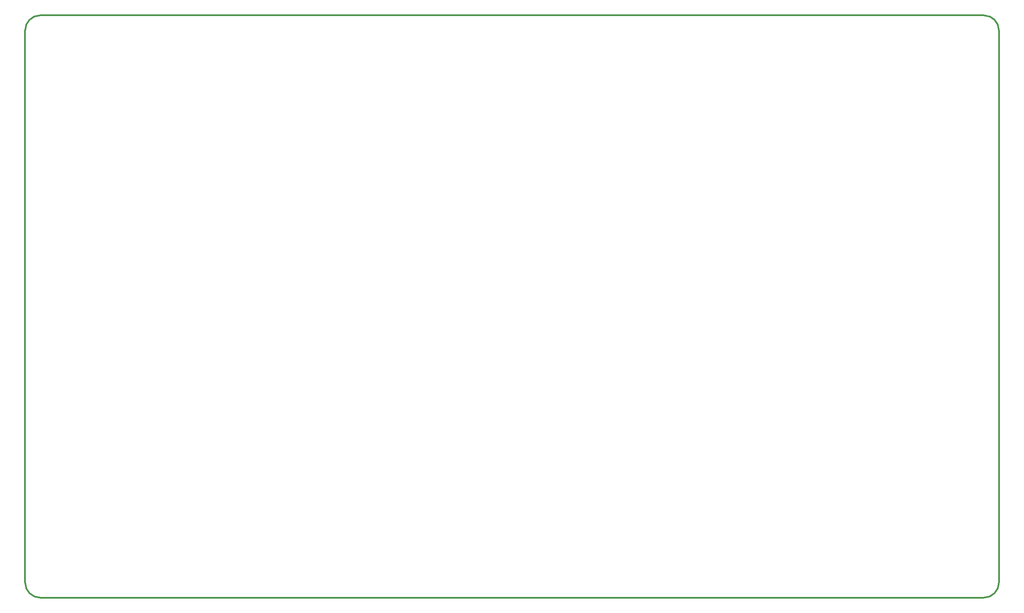
<source format=gko>
G04 Layer_Color=16711935*
%FSLAX25Y25*%
%MOIN*%
G70*
G01*
G75*
%ADD11C,0.01200*%
D11*
X92520Y94488D02*
G03*
X104331Y82677I11811J0D01*
G01*
X848425D02*
G03*
X860236Y94488I0J11811D01*
G01*
X104331Y542126D02*
G03*
X92520Y530315I0J-11811D01*
G01*
X860236D02*
G03*
X848425Y542126I-11811J0D01*
G01*
X104331Y82677D02*
X848425D01*
X860236Y94488D02*
Y530315D01*
X92520Y94488D02*
Y530315D01*
X104331Y542126D02*
X848425D01*
M02*

</source>
